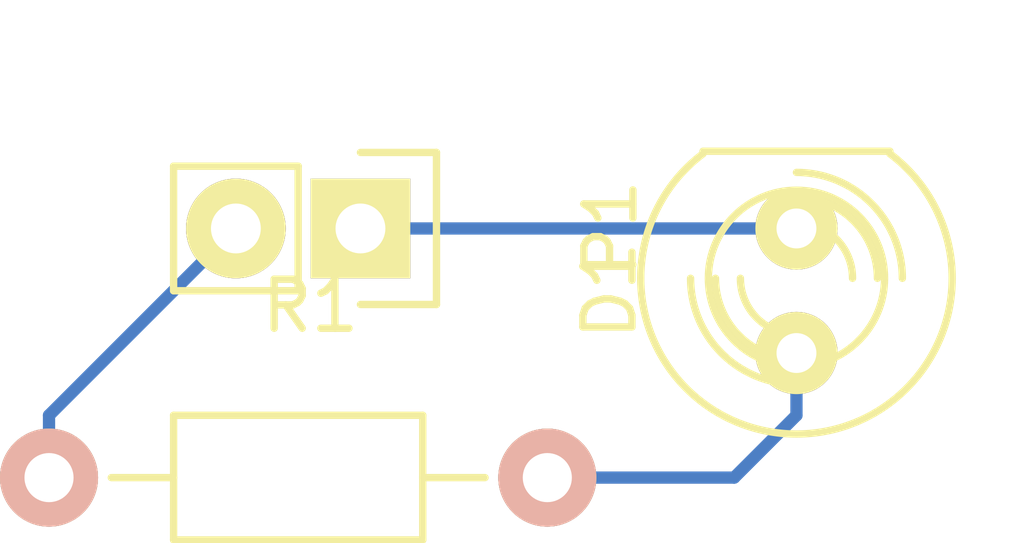
<source format=kicad_pcb>
(kicad_pcb (version 4) (host pcbnew 0.201504151001+5600~22~ubuntu14.04.1-product)

  (general
    (links 3)
    (no_connects 0)
    (area 0 0 0 0)
    (thickness 1.6)
    (drawings 0)
    (tracks 6)
    (zones 0)
    (modules 3)
    (nets 4)
  )

  (page A4)
  (layers
    (0 F.Cu signal)
    (31 B.Cu signal)
    (32 B.Adhes user)
    (33 F.Adhes user)
    (34 B.Paste user)
    (35 F.Paste user)
    (36 B.SilkS user)
    (37 F.SilkS user)
    (38 B.Mask user)
    (39 F.Mask user)
    (40 Dwgs.User user)
    (41 Cmts.User user)
    (42 Eco1.User user)
    (43 Eco2.User user)
    (44 Edge.Cuts user)
    (45 Margin user)
    (46 B.CrtYd user)
    (47 F.CrtYd user)
    (48 B.Fab user)
    (49 F.Fab user)
  )

  (setup
    (last_trace_width 0.25)
    (trace_clearance 0.2)
    (zone_clearance 0.508)
    (zone_45_only no)
    (trace_min 0.2)
    (segment_width 0.2)
    (edge_width 0.1)
    (via_size 0.6)
    (via_drill 0.4)
    (via_min_size 0.4)
    (via_min_drill 0.3)
    (uvia_size 0.3)
    (uvia_drill 0.1)
    (uvias_allowed no)
    (uvia_min_size 0.2)
    (uvia_min_drill 0.1)
    (pcb_text_width 0.3)
    (pcb_text_size 1.5 1.5)
    (mod_edge_width 0.15)
    (mod_text_size 1 1)
    (mod_text_width 0.15)
    (pad_size 1.5 1.5)
    (pad_drill 0.6)
    (pad_to_mask_clearance 0)
    (aux_axis_origin 0 0)
    (visible_elements 7FFFFFFF)
    (pcbplotparams
      (layerselection 0x00030_80000001)
      (usegerberextensions false)
      (excludeedgelayer true)
      (linewidth 0.100000)
      (plotframeref false)
      (viasonmask false)
      (mode 1)
      (useauxorigin false)
      (hpglpennumber 1)
      (hpglpenspeed 20)
      (hpglpendiameter 15)
      (hpglpenoverlay 2)
      (psnegative false)
      (psa4output false)
      (plotreference true)
      (plotvalue true)
      (plotinvisibletext false)
      (padsonsilk false)
      (subtractmaskfromsilk false)
      (outputformat 1)
      (mirror false)
      (drillshape 1)
      (scaleselection 1)
      (outputdirectory ""))
  )

  (net 0 "")
  (net 1 "Net-(D1-Pad1)")
  (net 2 GND)
  (net 3 VCC)

  (net_class Default "Questo è il gruppo di collegamenti predefinito"
    (clearance 0.2)
    (trace_width 0.25)
    (via_dia 0.6)
    (via_drill 0.4)
    (uvia_dia 0.3)
    (uvia_drill 0.1)
    (add_net GND)
    (add_net "Net-(D1-Pad1)")
    (add_net VCC)
  )

  (module LEDs:LED-5MM (layer F.Cu) (tedit 0) (tstamp 55307B68)
    (at 158.75 101.6 90)
    (descr "LED 5mm - Lead pitch 100mil (2,54mm)")
    (tags "LED led 5mm 5MM 100mil 2,54mm")
    (path /552ED118)
    (fp_text reference D1 (at 0 -3.81 90) (layer F.SilkS)
      (effects (font (size 1 1) (thickness 0.15)))
    )
    (fp_text value LED (at 0 3.81 90) (layer F.Fab)
      (effects (font (size 1 1) (thickness 0.15)))
    )
    (fp_line (start 2.8448 1.905) (end 2.8448 -1.905) (layer F.SilkS) (width 0.15))
    (fp_circle (center 0.254 0) (end -1.016 1.27) (layer F.SilkS) (width 0.15))
    (fp_arc (start 0.254 0) (end 2.794 1.905) (angle 286.2) (layer F.SilkS) (width 0.15))
    (fp_arc (start 0.254 0) (end -0.889 0) (angle 90) (layer F.SilkS) (width 0.15))
    (fp_arc (start 0.254 0) (end 1.397 0) (angle 90) (layer F.SilkS) (width 0.15))
    (fp_arc (start 0.254 0) (end -1.397 0) (angle 90) (layer F.SilkS) (width 0.15))
    (fp_arc (start 0.254 0) (end 1.905 0) (angle 90) (layer F.SilkS) (width 0.15))
    (fp_arc (start 0.254 0) (end -1.905 0) (angle 90) (layer F.SilkS) (width 0.15))
    (fp_arc (start 0.254 0) (end 2.413 0) (angle 90) (layer F.SilkS) (width 0.15))
    (pad 1 thru_hole circle (at -1.27 0 90) (size 1.6764 1.6764) (drill 0.8128) (layers *.Cu *.Mask F.SilkS)
      (net 1 "Net-(D1-Pad1)"))
    (pad 2 thru_hole circle (at 1.27 0 90) (size 1.6764 1.6764) (drill 0.8128) (layers *.Cu *.Mask F.SilkS)
      (net 2 GND))
    (model LEDs.3dshapes/LED-5MM.wrl
      (at (xyz 0 0 0))
      (scale (xyz 1 1 1))
      (rotate (xyz 0 0 0))
    )
  )

  (module Pin_Headers:Pin_Header_Straight_1x02 (layer F.Cu) (tedit 552ED45B) (tstamp 55307B9D)
    (at 149.86 100.33 270)
    (descr "Through hole pin header")
    (tags "pin header")
    (path /552ED4D9)
    (fp_text reference P1 (at 0 -5.1 270) (layer F.SilkS)
      (effects (font (size 1 1) (thickness 0.15)))
    )
    (fp_text value CONN_01X02 (at -3.81 1.27 540) (layer F.Fab)
      (effects (font (size 1 1) (thickness 0.15)))
    )
    (fp_line (start 1.27 1.27) (end 1.27 3.81) (layer F.SilkS) (width 0.15))
    (fp_line (start 1.55 -1.55) (end 1.55 0) (layer F.SilkS) (width 0.15))
    (fp_line (start -1.75 -1.75) (end -1.75 4.3) (layer F.CrtYd) (width 0.05))
    (fp_line (start 1.75 -1.75) (end 1.75 4.3) (layer F.CrtYd) (width 0.05))
    (fp_line (start -1.75 -1.75) (end 1.75 -1.75) (layer F.CrtYd) (width 0.05))
    (fp_line (start -1.75 4.3) (end 1.75 4.3) (layer F.CrtYd) (width 0.05))
    (fp_line (start 1.27 1.27) (end -1.27 1.27) (layer F.SilkS) (width 0.15))
    (fp_line (start -1.55 0) (end -1.55 -1.55) (layer F.SilkS) (width 0.15))
    (fp_line (start -1.55 -1.55) (end 1.55 -1.55) (layer F.SilkS) (width 0.15))
    (fp_line (start -1.27 1.27) (end -1.27 3.81) (layer F.SilkS) (width 0.15))
    (fp_line (start -1.27 3.81) (end 1.27 3.81) (layer F.SilkS) (width 0.15))
    (pad 1 thru_hole rect (at 0 0 270) (size 2.032 2.032) (drill 1.016) (layers *.Cu *.Mask F.SilkS)
      (net 2 GND))
    (pad 2 thru_hole oval (at 0 2.54 270) (size 2.032 2.032) (drill 1.016) (layers *.Cu *.Mask F.SilkS)
      (net 3 VCC))
    (model Pin_Headers.3dshapes/Pin_Header_Straight_1x02.wrl
      (at (xyz 0 -0.05 0))
      (scale (xyz 1 1 1))
      (rotate (xyz 0 0 90))
    )
  )

  (module Resistors_ThroughHole:Resistor_Horizontal_RM10mm (layer F.Cu) (tedit 552ED463) (tstamp 55307BA8)
    (at 148.59 105.41)
    (descr "Resistor, Axial,  RM 10mm, 1/3W,")
    (tags "Resistor, Axial, RM 10mm, 1/3W,")
    (path /552ED0FF)
    (fp_text reference R1 (at 0.24892 -3.50012) (layer F.SilkS)
      (effects (font (size 1 1) (thickness 0.15)))
    )
    (fp_text value R (at 5.08 -2.54) (layer F.Fab)
      (effects (font (size 1 1) (thickness 0.15)))
    )
    (fp_line (start -2.54 -1.27) (end 2.54 -1.27) (layer F.SilkS) (width 0.15))
    (fp_line (start 2.54 -1.27) (end 2.54 1.27) (layer F.SilkS) (width 0.15))
    (fp_line (start 2.54 1.27) (end -2.54 1.27) (layer F.SilkS) (width 0.15))
    (fp_line (start -2.54 1.27) (end -2.54 -1.27) (layer F.SilkS) (width 0.15))
    (fp_line (start -2.54 0) (end -3.81 0) (layer F.SilkS) (width 0.15))
    (fp_line (start 2.54 0) (end 3.81 0) (layer F.SilkS) (width 0.15))
    (pad 1 thru_hole circle (at -5.08 0) (size 1.99898 1.99898) (drill 1.00076) (layers *.Cu *.SilkS *.Mask)
      (net 3 VCC))
    (pad 2 thru_hole circle (at 5.08 0) (size 1.99898 1.99898) (drill 1.00076) (layers *.Cu *.SilkS *.Mask)
      (net 1 "Net-(D1-Pad1)"))
    (model Resistors_ThroughHole.3dshapes/Resistor_Horizontal_RM10mm.wrl
      (at (xyz 0 0 0))
      (scale (xyz 0.4 0.4 0.4))
      (rotate (xyz 0 0 0))
    )
  )

  (segment (start 158.75 102.87) (end 158.75 104.14) (width 0.25) (layer B.Cu) (net 1) (status 400000))
  (segment (start 157.48 105.41) (end 153.67 105.41) (width 0.25) (layer B.Cu) (net 1) (tstamp 55307BE2) (status 800000))
  (segment (start 158.75 104.14) (end 157.48 105.41) (width 0.25) (layer B.Cu) (net 1) (tstamp 55307BE1))
  (segment (start 149.86 100.33) (end 158.75 100.33) (width 0.25) (layer B.Cu) (net 2) (status C00000))
  (segment (start 143.51 105.41) (end 143.51 104.14) (width 0.25) (layer B.Cu) (net 3) (status 400000))
  (segment (start 143.51 104.14) (end 147.32 100.33) (width 0.25) (layer B.Cu) (net 3) (tstamp 55307BD9) (status 800000))

)

</source>
